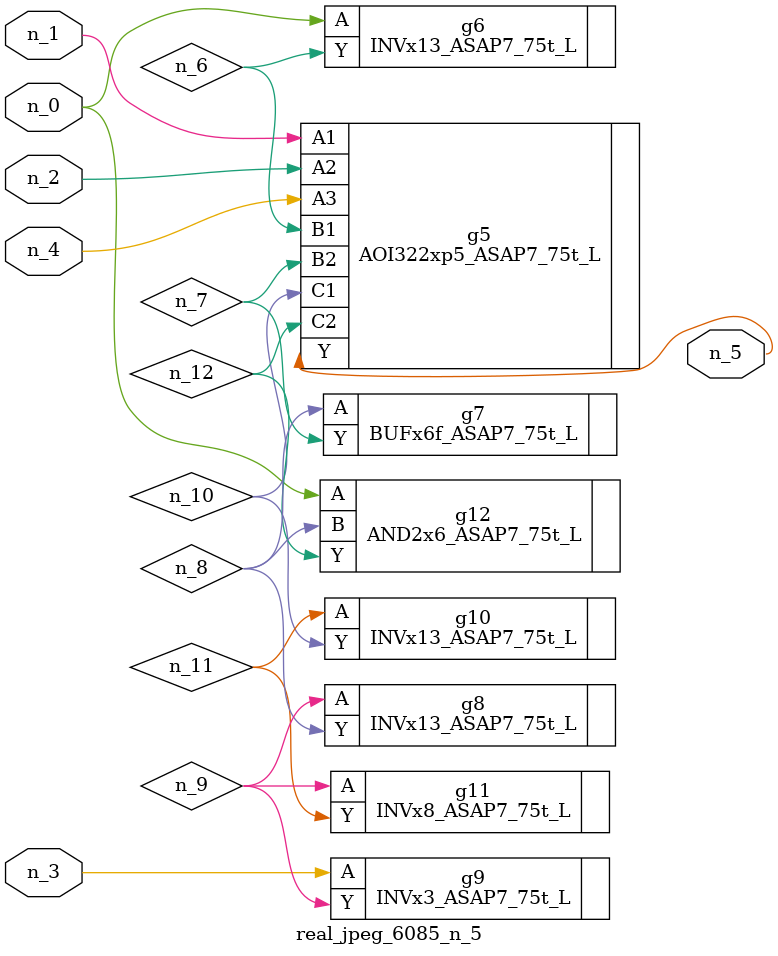
<source format=v>
module real_jpeg_6085_n_5 (n_4, n_0, n_1, n_2, n_3, n_5);

input n_4;
input n_0;
input n_1;
input n_2;
input n_3;

output n_5;

wire n_12;
wire n_8;
wire n_11;
wire n_6;
wire n_7;
wire n_10;
wire n_9;

INVx13_ASAP7_75t_L g6 ( 
.A(n_0),
.Y(n_6)
);

AND2x6_ASAP7_75t_L g12 ( 
.A(n_0),
.B(n_8),
.Y(n_12)
);

AOI322xp5_ASAP7_75t_L g5 ( 
.A1(n_1),
.A2(n_2),
.A3(n_4),
.B1(n_6),
.B2(n_7),
.C1(n_10),
.C2(n_12),
.Y(n_5)
);

INVx3_ASAP7_75t_L g9 ( 
.A(n_3),
.Y(n_9)
);

BUFx6f_ASAP7_75t_L g7 ( 
.A(n_8),
.Y(n_7)
);

INVx13_ASAP7_75t_L g8 ( 
.A(n_9),
.Y(n_8)
);

INVx8_ASAP7_75t_L g11 ( 
.A(n_9),
.Y(n_11)
);

INVx13_ASAP7_75t_L g10 ( 
.A(n_11),
.Y(n_10)
);


endmodule
</source>
